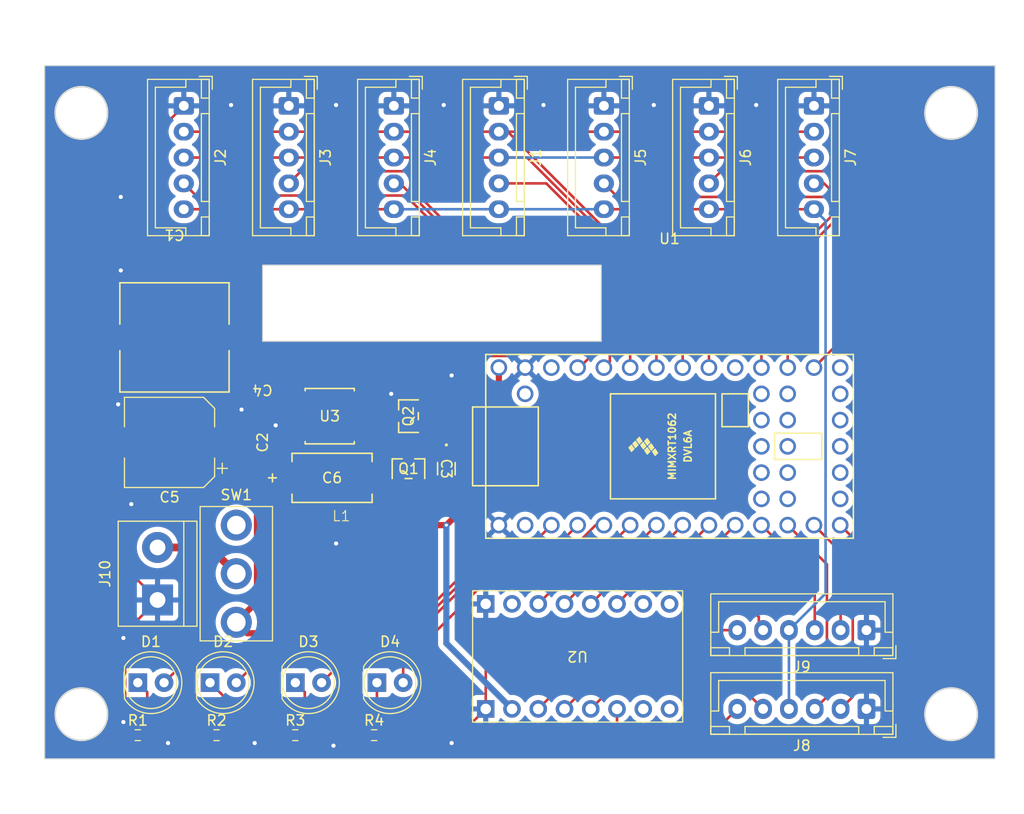
<source format=kicad_pcb>
(kicad_pcb (version 20221018) (generator pcbnew)
  (layers (0 "F.Cu" signal) (31 "B.Cu" mixed) (34 "B.Paste" user) (35 "F.Paste" user) (36 "B.SilkS" user "B.Silkscreen") (37 "F.SilkS" user "F.Silkscreen") (38 "B.Mask" user) (39 "F.Mask" user) (44 "Edge.Cuts" user))
  (net 0 "")
  (net 1 "+BATT")
  (net 2 "GND")
  (net 3 "Net-(D1-K)")
  (net 4 "/LED0")
  (net 5 "Net-(D2-K)")
  (net 6 "/LED1")
  (net 7 "Net-(D3-K)")
  (net 8 "/LED2")
  (net 9 "Net-(D4-K)")
  (net 10 "/LED3")
  (net 11 "/LCS1")
  (net 12 "+3V3")
  (net 13 "/LCS2")
  (net 14 "/LCS3")
  (net 15 "/LCS4")
  (net 16 "/LCS5")
  (net 17 "/LCS6")
  (net 18 "/LCS7")
  (net 19 "/AEQ2")
  (net 20 "/AEQ1")
  (net 21 "/AOUT2")
  (net 22 "/AOUT1")
  (net 23 "/BEQ2")
  (net 24 "/BEQ1")
  (net 25 "/BOUT1")
  (net 26 "/BOUT2")
  (net 27 "/AIN1")
  (net 28 "/BIN2")
  (net 30 "/BIN1")
  (net 31 "/AIN2")
  (net 43 "Net-(Q1-S)")
  (net 44 "Net-(U3-FB)")
  (net 45 "Net-(U3-SS)")
  (net 46 "Net-(U3-BST)")
  (net 47 "Net-(Q2-G)")
  (net 48 "Net-(Q1-G)")
  (net 49 "Net-(J10-Pin_2)")
  (net 51 "/SDA0")
  (net 52 "/SCL0")
  (footprint "Connector_JST:JST_XH_B6B-XH-A_1x06_P2.50mm_Vertical" (layer "F.Cu") (at 160.02 132.08 180)
    (fp_text reference "J8")
    (fp_text value "Conn_01x06_Male")
  )
  (footprint "Connector_JST:JST_XH_B5B-XH-A_1x05_P2.50mm_Vertical" (layer "F.Cu") (at 93.98 73.74 -90)
    (fp_text reference "J2")
    (fp_text value "Conn_01x05")
  )
  (footprint "LED_THT:LED_D5.0mm" (layer "F.Cu") (at 104.771 129.54)
    (fp_text reference "D3")
    (fp_text value "LED")
  )
  (footprint "custom_footprints:TRANS_RTR020N_ROM" (layer "F.Cu") (at 115.715 103.76 90)
    (fp_text reference "Q2")
    (fp_text value "Q_NJFET_DSG")
  )
  (footprint "custom_footprints:0603_AVX" (layer "F.Cu") (at 101.6 106.3 90)
    (fp_text reference "C2")
    (fp_text value "0.068 µF")
  )
  (footprint "custom_footprints:HA3778-AL" (layer "F.Cu") (at 109.22 119)
    (fp_text reference "L1")
    (fp_text value "1.65 µH")
  )
  (footprint "custom_footprints:CHEMI-JA0" (layer "F.Cu") (at 93.0783 96.14 180)
    (fp_text reference "C1")
    (fp_text value "100 µF")
  )
  (footprint "Connector_JST:JST_XH_B5B-XH-A_1x05_P2.50mm_Vertical" (layer "F.Cu") (at 124.46 73.74 -90)
    (fp_text reference "J1")
    (fp_text value "Conn_01x05")
  )
  (footprint "Resistor_SMD:R_0603_1608Metric_Pad0.98x0.95mm_HandSolder" (layer "F.Cu") (at 97.151 134.62)
    (fp_text reference "R2")
    (fp_text value "470")
  )
  (footprint "LED_THT:LED_D5.0mm" (layer "F.Cu") (at 89.531 129.54)
    (fp_text reference "D1")
    (fp_text value "LED")
  )
  (footprint "custom_footprints:SW_SPDT_NKK_MS12AANW03" (layer "F.Cu") (at 99.06 119)
    (fp_text reference "SW1")
    (fp_text value "SW_SPDT")
  )
  (footprint "Capacitor_SMD:CP_Elec_8x10.5" (layer "F.Cu") (at 92.6 106.3 180)
    (fp_text reference "C5")
    (fp_text value "100uF")
  )
  (footprint "custom_footprints:CAPC220145_100N_KEM" (layer "F.Cu") (at 101.6 101.22 180)
    (fp_text reference "C4")
    (fp_text value "1 µF")
  )
  (footprint "Resistor_SMD:R_0603_1608Metric_Pad0.98x0.95mm_HandSolder" (layer "F.Cu") (at 89.531 134.62)
    (fp_text reference "R1")
    (fp_text value "470")
  )
  (footprint "custom_footprints:TRANS_RTR020N_ROM" (layer "F.Cu") (at 115.715 108.84)
    (fp_text reference "Q1")
    (fp_text value "Q_NJFET_DSG")
  )
  (footprint "TerminalBlock:TerminalBlock_bornier-2_P5.08mm" (layer "F.Cu") (at 91.44 121.54 90)
    (fp_text reference "J10")
    (fp_text value "Screw_Terminal_01x02")
  )
  (footprint "custom_footprints:Teensy40" (layer "F.Cu") (at 140.97 106.68)
    (fp_text reference "U1")
    (fp_text value "Teensy_4.0")
  )
  (footprint "Connector_JST:JST_XH_B5B-XH-A_1x05_P2.50mm_Vertical" (layer "F.Cu") (at 154.94 73.74 -90)
    (fp_text reference "J7")
    (fp_text value "Conn_01x05")
  )
  (footprint "custom_footprints:CAP_2012_TDK" (layer "F.Cu") (at 119.38 108.84 -90)
    (fp_text reference "C3")
    (fp_text value "0.47 µF")
  )
  (footprint "Connector_JST:JST_XH_B5B-XH-A_1x05_P2.50mm_Vertical" (layer "F.Cu") (at 144.78 73.74 -90)
    (fp_text reference "J6")
    (fp_text value "Conn_01x05")
  )
  (footprint "Connector_JST:JST_XH_B5B-XH-A_1x05_P2.50mm_Vertical" (layer "F.Cu") (at 104.14 73.74 -90)
    (fp_text reference "J3")
    (fp_text value "Conn_01x05")
  )
  (footprint "Connector_JST:JST_XH_B6B-XH-A_1x06_P2.50mm_Vertical" (layer "F.Cu") (at 160.02 124.46 180)
    (fp_text reference "J9")
    (fp_text value "Conn_01x06_Male")
  )
  (footprint "custom_footprints:PCAP_EEF_SX_PAN" (layer "F.Cu") (at 108.3236 109.728)
    (fp_text reference "C6")
    (fp_text value "150 µF")
  )
  (footprint "LED_THT:LED_D5.0mm" (layer "F.Cu") (at 96.52 129.54)
    (fp_text reference "D2")
    (fp_text value "LED")
  )
  (footprint "Resistor_SMD:R_0603_1608Metric_Pad0.98x0.95mm_HandSolder" (layer "F.Cu") (at 112.391 134.62)
    (fp_text reference "R4")
    (fp_text value "470")
  )
  (footprint "custom_footprints:DRV_DRV8833_Pololu_2130" (layer "F.Cu") (at 132.08 127 90)
    (fp_text reference "U2")
    (fp_text value "DRV8833")
  )
  (footprint "Resistor_SMD:R_0603_1608Metric_Pad0.98x0.95mm_HandSolder" (layer "F.Cu") (at 104.771 134.62)
    (fp_text reference "R3")
    (fp_text value "470")
  )
  (footprint "LED_THT:LED_D5.0mm" (layer "F.Cu") (at 112.663 129.54)
    (fp_text reference "D4")
    (fp_text value "LED")
  )
  (footprint "Connector_JST:JST_XH_B5B-XH-A_1x05_P2.50mm_Vertical" (layer "F.Cu") (at 114.3 73.74 -90)
    (fp_text reference "J4")
    (fp_text value "Conn_01x05")
  )
  (footprint "Connector_JST:JST_XH_B5B-XH-A_1x05_P2.50mm_Vertical" (layer "F.Cu") (at 134.62 73.74 -90)
    (fp_text reference "J5")
    (fp_text value "Conn_01x05")
  )
  (footprint "custom_footprints:MXA14A_TEX" (layer "F.Cu") (at 108.095 103.76)
    (fp_text reference "U3")
    (fp_text value "LM3151/2/3")
  )
  (gr_circle (center 168.2115 74.422) (end 170.7515 74.422) (stroke (width 0.15)) (fill none) (layer "Edge.Cuts"))
  (gr_circle (center 168.2115 132.588) (end 170.7515 132.588) (stroke (width 0.15)) (fill none) (layer "Edge.Cuts"))
  (gr_rect (start 80.518 69.85) (end 172.466 136.906) (stroke (width 0.1)) (fill none) (layer "Edge.Cuts"))
  (gr_circle (center 84.074 132.588) (end 86.614 132.588) (stroke (width 0.15)) (fill none) (layer "Edge.Cuts"))
  (gr_rect (start 101.6 89.154) (end 134.366 96.52) (stroke (width 0.1)) (fill none) (layer "Edge.Cuts"))
  (gr_circle (center 84.074 74.422) (end 86.614 74.422) (stroke (width 0.15)) (fill none) (layer "Edge.Cuts"))
  (segment (start 101.06 111.06) (end 96.3 106.3) (width 0.6) (layer "F.Cu") (net 1))
  (segment (start 115.044399 123.969601) (end 115.044399 114.3) (width 0.6) (layer "F.Cu") (net 1))
  (segment (start 96.3 106.3) (end 98.4837 104.1163) (width 0.6) (layer "F.Cu") (net 1))
  (segment (start 115.044399 110.2624) (end 114.764999 109.983) (width 0.6) (layer "F.Cu") (net 1))
  (segment (start 114.256059 124.757941) (end 115.044399 123.969601) (width 0.6) (layer "F.Cu") (net 1))
  (segment (start 99.06 123.7) (end 101.06 121.7) (width 0.6) (layer "F.Cu") (net 1))
  (segment (start 124.46 109.22) (end 124.46 99.06) (width 0.6) (layer "F.Cu") (net 1))
  (segment (start 98.4837 104.1163) (end 98.4837 97.019036) (width 0.6) (layer "F.Cu") (net 1))
  (segment (start 119.38 114.3) (end 115.044399 114.3) (width 0.6) (layer "F.Cu") (net 1))
  (segment (start 119.38 114.3) (end 124.46 109.22) (width 0.6) (layer "F.Cu") (net 1))
  (segment (start 98.4837 97.019036) (end 97.604664 96.14) (width 0.6) (layer "F.Cu") (net 1))
  (segment (start 115.044399 114.3) (end 115.044399 110.2624) (width 0.6) (layer "F.Cu") (net 1))
  (segment (start 96.3 106.3) (end 98.541997 106.3) (width 0.6) (layer "F.Cu") (net 1))
  (segment (start 101.06 121.7) (end 101.06 111.06) (width 0.6) (layer "F.Cu") (net 1))
  (segment (start 100.117941 124.757941) (end 114.256059 124.757941) (width 0.6) (layer "F.Cu") (net 1))
  (segment (start 98.541997 106.3) (end 102.381997 102.46) (width 0.6) (layer "F.Cu") (net 1))
  (segment (start 102.381997 102.46) (end 104.304093 102.46) (width 0.6) (layer "F.Cu") (net 1))
  (segment (start 99.06 123.7) (end 100.117941 124.757941) (width 0.6) (layer "F.Cu") (net 1))
  (segment (start 97.604664 96.14) (end 97.2566 96.14) (width 0.6) (layer "F.Cu") (net 1))
  (via (at 119.38 114.3) (size 0.5) (drill 0.3) (layers "F.Cu" "B.Cu") (net 1))
  (segment (start 119.38 114.3) (end 119.38 125.73) (width 0.6) (layer "B.Cu") (net 1))
  (segment (start 119.38 125.73) (end 125.73 132.08) (width 0.6) (layer "B.Cu") (net 1))
  (segment (start 88.9 106.3) (end 87.65 105.05) (width 0.25) (layer "F.Cu") (net 2))
  (segment (start 119.845999 99.822) (end 119.888 99.822) (width 0.25) (layer "F.Cu") (net 2))
  (segment (start 119.206 73.74) (end 124.46 73.74) (width 0.25) (layer "F.Cu") (net 2))
  (segment (start 89.4185 135.42) (end 92.418 135.42) (width 0.25) (layer "F.Cu") (net 2))
  (segment (start 87.63 102.616) (end 87.65 102.596) (width 0.25) (layer "F.Cu") (net 2))
  (segment (start 139.366 73.74) (end 139.446 73.66) (width 0.25) (layer "F.Cu") (net 2))
  (segment (start 98.632 73.74) (end 104.14 73.74) (width 0.25) (layer "F.Cu") (net 2))
  (segment (start 160.02 124.46) (end 160.02 132.08) (width 0.25) (layer "F.Cu") (net 2))
  (segment (start 87.8479 89.6981) (end 87.8479 95.188478) (width 0.25) (layer "F.Cu") (net 2))
  (segment (start 119.888 99.822) (end 119.888 99.779999) (width 0.25) (layer "F.Cu") (net 2))
  (segment (start 128.778 73.66) (end 128.858 73.74) (width 0.25) (layer "F.Cu") (net 2))
  (segment (start 88.306 124.674) (end 91.44 121.54) (width 0.25) (layer "F.Cu") (net 2))
  (segment (start 88.306 125.054) (end 88.306 124.674) (width 0.25) (layer "F.Cu") (net 2))
  (segment (start 102.87 104.648) (end 102.689901 104.409999) (width 0.25) (layer "F.Cu") (net 2))
  (segment (start 88.6185 134.62) (end 89.4185 135.42) (width 0.25) (layer "F.Cu") (net 2))
  (segment (start 87.65 97.289422) (end 88.799422 96.14) (width 0.25) (layer "F.Cu") (net 2))
  (segment (start 114.046 101.6) (end 113.835999 101.810001) (width 0.25) (layer "F.Cu") (net 2))
  (segment (start 134.62 73.74) (end 139.366 73.74) (width 0.25) (layer "F.Cu") (net 2))
  (segment (start 114.256001 101.810001) (end 114.046 101.6) (width 0.25) (layer "F.Cu") (net 2))
  (segment (start 88.9 112.268) (end 88.9 119) (width 0.25) (layer "F.Cu") (net 2))
  (segment (start 111.0922 109.728) (end 112.1443 110.7801) (width 0.25) (layer "F.Cu") (net 2))
  (segment (start 87.65 102.596) (end 87.65 97.289422) (width 0.25) (layer "F.Cu") (net 2))
  (segment (start 103.8585 134.62) (end 104.6585 135.42) (width 0.25) (layer "F.Cu") (net 2))
  (segment (start 88.306 125.39) (end 88.138 125.222) (width 0.25) (layer "F.Cu") (net 2))
  (segment (start 104.6585 135.42) (end 108.242 135.42) (width 0.25) (layer "F.Cu") (net 2))
  (segment (start 87.8479 79.8721) (end 87.8479 82.5139) (width 0.25) (layer "F.Cu") (net 2))
  (segment (start 110.6785 135.42) (end 111.4785 134.62) (width 0.25) (layer "F.Cu") (net 2))
  (segment (start 88.306 133.518) (end 88.138 133.35) (width 0.25) (layer "F.Cu") (net 2))
  (segment (start 95.4385 135.42) (end 96.2385 134.62) (width 0.25) (layer "F.Cu") (net 2))
  (segment (start 112.1443 110.7801) (end 112.1443 112.6457) (width 0.25) (layer "F.Cu") (net 2))
  (segment (start 104.14 73.74) (end 108.632 73.74) (width 0.25) (layer "F.Cu") (net 2))
  (segment (start 88.9 119) (end 91.44 121.54) (width 0.25) (layer "F.Cu") (net 2))
  (segment (start 108.674 135.42) (end 110.6785 135.42) (width 0.25) (layer "F.Cu") (net 2))
  (segment (start 114.3 73.74) (end 119.046 73.74) (width 0.25) (layer "F.Cu") (net 2))
  (segment (start 100.876 135.42) (end 103.0585 135.42) (width 0.25) (layer "F.Cu") (net 2))
  (segment (start 139.446 73.66) (end 139.526 73.74) (width 0.25) (layer "F.Cu") (net 2))
  (segment (start 88.306 134.3075) (end 88.306 133.518) (width 0.25) (layer "F.Cu") (net 2))
  (segment (start 105.2502 104.409999) (end 102.87 104.648) (width 0.25) (layer "F.Cu") (net 2))
  (segment (start 123.19 121.92) (end 123.19 132.08) (width 0.25) (layer "F.Cu") (net 2))
  (segment (start 100.797201 101.894799) (end 99.568 103.124) (width 0.25) (layer "F.Cu") (net 2))
  (segment (start 87.884 89.662) (end 87.8479 89.6981) (width 0.25) (layer "F.Cu") (net 2))
  (segment (start 108.242 135.42) (end 108.458 135.636) (width 0.25) (layer "F.Cu") (net 2))
  (segment (start 88.138 125.222) (end 88.306 125.054) (width 0.25) (layer "F.Cu") (net 2))
  (segment (start 87.65 102.636) (end 87.63 102.616) (width 0.25) (layer "F.Cu") (net 2))
  (segment (start 93.98 73.74) (end 87.8479 79.8721) (width 0.25) (layer "F.Cu") (net 2))
  (segment (start 87.65 105.05) (end 87.65 102.636) (width 0.25) (layer "F.Cu") (net 2))
  (segment (start 87.8479 82.5861) (end 87.8479 89.6259) (width 0.25) (layer "F.Cu") (net 2))
  (segment (start 108.712 73.66) (end 108.792 73.74) (width 0.25) (layer "F.Cu") (net 2))
  (segment (start 93.98 73.74) (end 98.472 73.74) (width 0.25) (layer "F.Cu") (net 2))
  (segment (start 149.272 73.74) (end 149.352 73.66) (width 0.25) (layer "F.Cu") (net 2))
  (segment (start 121.732999 97.935) (end 125.875 97.935) (width 0.25) (layer "F.Cu") (net 2))
  (segment (start 119.046 73.74) (end 119.126 73.66) (width 0.25) (layer "F.Cu") (net 2))
  (segment (start 124.46 73.74) (end 128.698 73.74) (width 0.25) (layer "F.Cu") (net 2))
  (segment (start 113.835999 101.810001) (end 110.9398 101.810001) (width 0.25) (layer "F.Cu") (net 2))
  (segment (start 112.2785 135.42) (end 111.4785 134.62) (width 0.25) (layer "F.Cu") (net 2))
  (segment (start 115.858002 101.810001) (end 114.256001 101.810001) (width 0.25) (layer "F.Cu") (net 2))
  (segment (start 100.838 135.382) (end 100.876 135.42) (width 0.25) (layer "F.Cu") (net 2))
  (segment (start 108.632 73.74) (end 108.712 73.66) (width 0.25) (layer "F.Cu") (net 2))
  (segment (start 144.86 73.74) (end 149.272 73.74) (width 0.25) (layer "F.Cu") (net 2))
  (segment (start 92.456 135.382) (end 92.494 135.42) (width 0.25) (layer "F.Cu") (net 2))
  (segment (start 144.78 73.66) (end 144.86 73.74) (width 0.25) (layer "F.Cu") (net 2))
  (segment (start 100.797201 101.22) (end 100.797201 101.894799) (width 0.25) (layer "F.Cu") (net 2))
  (segment (start 88.138 133.35) (end 88.306 133.182) (width 0.25) (layer "F.Cu") (net 2))
  (segment (start 88.799422 96.14) (end 88.9 96.14) (width 0.25) (layer "F.Cu") (net 2))
  (segment (start 149.352 73.66) (end 149.432 73.74) (width 0.25) (layer "F.Cu") (net 2))
  (segment (start 128.858 73.74) (end 134.62 73.74) (width 0.25) (layer "F.Cu") (net 2))
  (segment (start 125.875 97.935) (end 127 99.06) (width 0.25) (layer "F.Cu") (net 2))
  (segment (start 87.8479 82.5139) (end 87.884 82.55) (width 0.25) (layer "F.Cu") (net 2))
  (segment (start 108.792 73.74) (end 114.3 73.74) (width 0.25) (layer "F.Cu") (net 2))
  (segment (start 87.8479 95.188478) (end 88.799422 96.14) (width 0.25) (layer "F.Cu") (net 2))
  (segment (start 102.689901 104.409999) (end 101.6 105.4999) (width 0.25) (layer "F.Cu") (net 2))
  (segment (start 139.526 73.74) (end 144.7 73.74) (width 0.25) (layer "F.Cu") (net 2))
  (segment (start 119.888 99.779999) (end 121.732999 97.935) (width 0.25) (layer "F.Cu") (net 2))
  (segment (start 97.0385 135.42) (end 100.8 135.42) (width 0.25) (layer "F.Cu") (net 2))
  (segment (start 119.888 135.382) (end 119.85 135.42) (width 0.25) (layer "F.Cu") (net 2))
  (segment (start 88.306 133.182) (end 88.306 125.39) (width 0.25) (layer "F.Cu") (net 2))
  (segment (start 108.458 135.636) (end 108.674 135.42) (width 0.25) (layer "F.Cu") (net 2))
  (segment (start 123.19 132.08) (end 119.888 135.382) (width 0.25) (layer "F.Cu") (net 2))
  (segment (start 116.858 102.809999) (end 115.858002 101.810001) (width 0.25) (layer "F.Cu") (net 2))
  (segment (start 96.2385 134.62) (end 97.0385 135.42) (width 0.25) (layer "F.Cu") (net 2))
  (segment (start 128.698 73.74) (end 128.778 73.66) (width 0.25) (layer "F.Cu") (net 2))
  (segment (start 149.432 73.74) (end 154.94 73.74) (width 0.25) (layer "F.Cu") (net 2))
  (segment (start 98.552 73.66) (end 98.632 73.74) (width 0.25) (layer "F.Cu") (net 2))
  (segment (start 98.472 73.74) (end 98.552 73.66) (width 0.25) (layer "F.Cu") (net 2))
  (segment (start 88.9 106.3) (end 88.9 112.268) (width 0.25) (layer "F.Cu") (net 2))
  (segment (start 116.858 102.809999) (end 119.845999 99.822) (width 0.25) (layer "F.Cu") (net 2))
  (segment (start 100.8 135.42) (end 100.838 135.382) (width 0.25) (layer "F.Cu") (net 2))
  (segment (start 87.884 82.55) (end 87.8479 82.5861) (width 0.25) (layer "F.Cu") (net 2))
  (segment (start 119.85 135.42) (end 112.2785 135.42) (width 0.25) (layer "F.Cu") (net 2))
  (segment (start 103.0585 135.42) (end 103.8585 134.62) (width 0.25) (layer "F.Cu") (net 2))
  (segment (start 92.494 135.42) (end 95.4385 135.42) (width 0.25) (layer "F.Cu") (net 2))
  (segment (start 112.1443 112.6457) (end 108.712 116.078) (width 0.25) (layer "F.Cu") (net 2))
  (segment (start 92.418 135.42) (end 92.456 135.382) (width 0.25) (layer "F.Cu") (net 2))
  (segment (start 87.8479 89.6259) (end 87.884 89.662) (width 0.25) (layer "F.Cu") (net 2))
  (segment (start 144.7 73.74) (end 144.78 73.66) (width 0.25) (layer "F.Cu") (net 2))
  (segment (start 88.6185 134.62) (end 88.306 134.3075) (width 0.25) (layer "F.Cu") (net 2))
  (segment (start 119.126 73.66) (end 119.206 73.74) (width 0.25) (layer "F.Cu") (net 2))
  (via (at 102.87 104.648) (size 0.8) (drill 0.4) (layers "F.Cu" "B.Cu") (net 2))
  (via (at 87.884 82.55) (size 0.8) (drill 0.4) (layers "F.Cu" "B.Cu") (net 2))
  (via (at 98.552 73.66) (size 0.8) (drill 0.4) (layers "F.Cu" "B.Cu") (net 2))
  (via (at 119.888 135.382) (size 0.8) (drill 0.4) (layers "F.Cu" "B.Cu") (net 2))
  (via (at 119.126 73.66) (size 0.8) (drill 0.4) (layers "F.Cu" "B.Cu") (net 2))
  (via (at 99.568 103.124) (size 0.8) (drill 0.4) (layers "F.Cu" "B.Cu") (net 2))
  (via (at 88.138 133.35) (size 0.8) (drill 0.4) (layers "F.Cu" "B.Cu") (net 2))
  (via (at 114.046 101.6) (size 0.8) (drill 0.4) (layers "F.Cu" "B.Cu") (net 2))
  (via (at 87.884 89.662) (size 0.8) (drill 0.4) (layers "F.Cu" "B.Cu") (net 2))
  (via (at 108.712 116.078) (size 0.8) (drill 0.4) (layers "F.Cu" "B.Cu") (net 2))
  (via (at 100.838 135.382) (size 0.8) (drill 0.4) (layers "F.Cu" "B.Cu") (net 2))
  (via (at 108.712 73.66) (size 0.8) (drill 0.4) (layers "F.Cu" "B.Cu") (net 2))
  (via (at 149.352 73.66) (size 0.8) (drill 0.4) (layers "F.Cu" "B.Cu") (net 2))
  (via (at 119.888 99.822) (size 0.8) (drill 0.4) (layers "F.Cu" "B.Cu") (net 2))
  (via (at 108.458 135.636) (size 0.8) (drill 0.4) (layers "F.Cu" "B.Cu") (net 2))
  (via (at 88.9 112.268) (size 0.8) (drill 0.4) (layers "F.Cu" "B.Cu") (net 2))
  (via (at 87.63 102.616) (size 0.8) (drill 0.4) (layers "F.Cu" "B.Cu") (net 2))
  (via (at 92.456 135.382) (size 0.8) (drill 0.4) (layers "F.Cu" "B.Cu") (net 2))
  (via (at 128.778 73.66) (size 0.8) (drill 0.4) (layers "F.Cu" "B.Cu") (net 2))
  (via (at 139.446 73.66) (size 0.8) (drill 0.4) (layers "F.Cu" "B.Cu") (net 2))
  (via (at 88.138 125.222) (size 0.8) (drill 0.4) (layers "F.Cu" "B.Cu") (net 2))
  (segment (start 90.4435 134.62) (end 90.4435 130.4525) (width 0.25) (layer "F.Cu") (net 3))
  (segment (start 90.4435 130.4525) (end 89.531 129.54) (width 0.25) (layer "F.Cu") (net 3))
  (segment (start 125.81 118.03) (end 121.997208 118.03) (width 0.25) (layer "F.Cu") (net 4))
  (segment (start 113.927208 126.1) (end 95.511 126.1) (width 0.25) (layer "F.Cu") (net 4))
  (segment (start 129.54 114.3) (end 125.81 118.03) (width 0.25) (layer "F.Cu") (net 4))
  (segment (start 95.511 126.1) (end 92.071 129.54) (width 0.25) (layer "F.Cu") (net 4))
  (segment (start 121.997208 118.03) (end 113.927208 126.1) (width 0.25) (layer "F.Cu") (net 4))
  (segment (start 98.0635 134.62) (end 98.0635 131.0835) (width 0.25) (layer "F.Cu") (net 5))
  (segment (start 98.0635 131.0835) (end 96.52 129.54) (width 0.25) (layer "F.Cu") (net 5))
  (segment (start 114.113604 126.55) (end 102.05 126.55) (width 0.25) (layer "F.Cu") (net 6))
  (segment (start 102.05 126.55) (end 99.06 129.54) (width 0.25) (layer "F.Cu") (net 6))
  (segment (start 122.183604 118.48) (end 114.113604 126.55) (width 0.25) (layer "F.Cu") (net 6))
  (segment (start 132.08 114.3) (end 127.9 118.48) (width 0.25) (layer "F.Cu") (net 6))
  (segment (start 127.9 118.48) (end 122.183604 118.48) (width 0.25) (layer "F.Cu") (net 6))
  (segment (start 105.6835 130.4525) (end 104.771 129.54) (width 0.25) (layer "F.Cu") (net 7))
  (segment (start 105.6835 134.62) (end 105.6835 130.4525) (width 0.25) (layer "F.Cu") (net 7))
  (segment (start 109.851 127) (end 107.311 129.54) (width 0.25) (layer "F.Cu") (net 8))
  (segment (start 129.19 118.93) (end 122.37 118.93) (width 0.25) (layer "F.Cu") (net 8))
  (segment (start 114.3 127) (end 109.851 127) (width 0.25) (layer "F.Cu") (net 8))
  (segment (start 122.37 118.93) (end 114.3 127) (width 0.25) (layer "F.Cu") (net 8))
  (segment (start 133.82 114.3) (end 129.19 118.93) (width 0.25) (layer "F.Cu") (net 8))
  (segment (start 134.62 114.3) (end 133.82 114.3) (width 0.25) (layer "F.Cu") (net 8))
  (segment (start 112.663 133.9795) (end 113.3035 134.62) (width 0.25) (layer "F.Cu") (net 9))
  (segment (start 112.663 129.54) (end 112.663 133.9795) (width 0.25) (layer "F.Cu") (net 9))
  (segment (start 137.16 114.3) (end 133.616396 117.843604) (width 0.25) (layer "F.Cu") (net 10))
  (segment (start 133.616396 117.843604) (end 131.076396 117.843604) (width 0.25) (layer "F.Cu") (net 10))
  (segment (start 131.076396 117.843604) (end 129.54 119.38) (width 0.25) (layer "F.Cu") (net 10))
  (segment (start 115.203 127.74738) (end 115.203 129.54) (width 0.25) (layer "F.Cu") (net 10))
  (segment (start 123.57038 119.38) (end 115.203 127.74738) (width 0.25) (layer "F.Cu") (net 10))
  (segment (start 129.54 119.38) (end 123.57038 119.38) (width 0.25) (layer "F.Cu") (net 10))
  (segment (start 129.045965 81.24) (end 139.7 91.894035) (width 0.25) (layer "F.Cu") (net 11))
  (segment (start 124.46 81.24) (end 129.045965 81.24) (width 0.25) (layer "F.Cu") (net 11))
  (segment (start 139.7 91.894035) (end 139.7 99.06) (width 0.25) (layer "F.Cu") (net 11))
  (segment (start 93.98 83.74) (end 99.06 83.74) (width 0.25) (layer "F.Cu") (net 12))
  (segment (start 102.402799 101.22) (end 104.660201 101.22) (width 0.25) (layer "F.Cu") (net 12))
  (segment (start 144.78 83.74) (end 154.94 83.74) (width 0.25) (layer "F.Cu") (net 12))
  (segment (start 102.402799 97.499576) (end 99.06 94.156777) (width 0.25) (layer "F.Cu") (net 12))
  (segment (start 99.06 83.74) (end 104.14 83.74) (width 0.25) (layer "F.Cu") (net 12))
  (segment (start 99.06 94.156777) (end 99.06 83.74) (width 0.25) (layer "F.Cu") (net 12))
  (segment (start 134.62 83.74) (end 144.78 83.74) (width 0.25) (layer "F.Cu") (net 12))
  (segment (start 104.660201 101.22) (end 105.2502 101.809999) (width 0.25) (layer "F.Cu") (net 12))
  (segment (start 102.402799 101.22) (end 102.402799 97.499576) (width 0.25) (layer "F.Cu") (net 12))
  (segment (start 104.14 83.74) (end 114.3 83.74) (width 0.25) (layer "F.Cu") (net 12))
  (segment (start 152.52 124.46) (end 152.52 132.08) (width 0.25) (layer "B.Cu") (net 12))
  (segment (start 156.065 120.915) (end 152.52 124.46) (width 0.25) (layer "B.Cu") (net 12))
  (segment (start 124.46 83.74) (end 134.62 83.74) (width 0.25) (layer "B.Cu") (net 12))
  (segment (start 154.94 83.74) (end 156.065 84.865) (width 0.25) (layer "B.Cu") (net 12))
  (segment (start 124.46 83.74) (end 114.3 83.74) (width 0.25) (layer "B.Cu") (net 12))
  (segment (start 156.065 84.865) (end 156.065 120.915) (width 0.25) (layer "B.Cu") (net 12))
  (segment (start 121.795 88.775) (end 134.671777 88.775) (width 0.25) (layer "F.Cu") (net 13))
  (segment (start 93.98 81.24) (end 95.155 82.415) (width 0.25) (layer "F.Cu") (net 13))
  (segment (start 95.155 82.415) (end 115.435 82.415) (width 0.25) (layer "F.Cu") (net 13))
  (segment (start 115.435 82.415) (end 121.795 88.775) (width 0.25) (layer "F.Cu") (net 13))
  (segment (start 134.671777 88.775) (end 134.745 88.848223) (width 0.25) (layer "F.Cu") (net 13))
  (segment (start 134.745 96.571777) (end 132.256777 99.06) (width 0.25) (layer "F.Cu") (net 13))
  (segment (start 134.745 88.848223) (end 134.745 96.571777) (width 0.25) (layer "F.Cu") (net 13))
  (segment (start 132.256777 99.06) (end 132.08 99.06) (width 0.25) (layer "F.Cu") (net 13))
  (segment (start 137.16 89.990431) (end 137.16 99.06) (width 0.25) (layer "F.Cu") (net 14))
  (segment (start 105.315 80.065) (end 115.625 80.065) (width 0.25) (layer "F.Cu") (net 14))
  (segment (start 104.14 81.24) (end 105.315 80.065) (width 0.25) (layer "F.Cu") (net 14))
  (segment (start 115.625 80.065) (end 116.84 81.28) (width 0.25) (layer "F.Cu") (net 14))
  (segment (start 122.167792 87.875) (end 135.044569 87.875) (width 0.25) (layer "F.Cu") (net 14))
  (segment (start 116.84 81.28) (end 116.84 82.547208) (width 0.25) (layer "F.Cu") (net 14))
  (segment (start 135.044569 87.875) (end 137.16 89.990431) (width 0.25) (layer "F.Cu") (net 14))
  (segment (start 116.84 82.547208) (end 122.167792 87.875) (width 0.25) (layer "F.Cu") (net 14))
  (segment (start 114.896396 81.24) (end 121.981396 88.325) (width 0.25) (layer "F.Cu") (net 15))
  (segment (start 134.858173 88.325) (end 135.195 88.661827) (width 0.25) (layer "F.Cu") (net 15))
  (segment (start 114.3 81.24) (end 114.896396 81.24) (width 0.25) (layer "F.Cu") (net 15))
  (segment (start 135.195 88.661827) (end 135.195 98.485) (width 0.25) (layer "F.Cu") (net 15))
  (segment (start 121.981396 88.325) (end 134.858173 88.325) (width 0.25) (layer "F.Cu") (net 15))
  (segment (start 135.195 98.485) (end 134.62 99.06) (width 0.25) (layer "F.Cu") (net 15))
  (segment (start 156.21 82.55) (end 156.718 83.058) (width 0.25) (layer "F.Cu") (net 16))
  (segment (start 149.86 91.186) (end 149.86 99.06) (width 0.25) (layer "F.Cu") (net 16))
  (segment (start 134.62 81.24) (end 135.93 82.55) (width 0.25) (layer "F.Cu") (net 16))
  (segment (start 135.93 82.55) (end 156.21 82.55) (width 0.25) (layer "F.Cu") (net 16))
  (segment (start 156.718 84.328) (end 149.86 91.186) (width 0.25) (layer "F.Cu") (net 16))
  (segment (start 156.718 83.058) (end 156.718 84.328) (width 0.25) (layer "F.Cu") (net 16))
  (segment (start 156.265 80.065) (end 157.734 81.534) (width 0.25) (layer "F.Cu") (net 17))
  (segment (start 157.734 81.534) (end 157.734 96.266) (width 0.25) (layer "F.Cu") (net 17))
  (segment (start 157.734 96.266) (end 154.94 99.06) (width 0.25) (layer "F.Cu") (net 17))
  (segment (start 145.955 80.065) (end 156.265 80.065) (width 0.25) (layer "F.Cu") (net 17))
  (segment (start 144.78 81.24) (end 145.955 80.065) (width 0.25) (layer "F.Cu") (net 17))
  (segment (start 157.168 82.496742) (end 157.168 84.64) (width 0.25) (layer "F.Cu") (net 18))
  (segment (start 152.4 89.408) (end 152.4 99.06) (width 0.25) (layer "F.Cu") (net 18))
  (segment (start 157.168 84.64) (end 152.4 89.408) (width 0.25) (layer "F.Cu") (net 18))
  (segment (start 155.911258 81.24) (end 157.168 82.496742) (width 0.25) (layer "F.Cu") (net 18))
  (segment (start 154.94 81.24) (end 155.911258 81.24) (width 0.25) (layer "F.Cu") (net 18))
  (segment (start 158.695 115.515) (end 157.48 114.3) (width 0.25) (layer "F.Cu") (net 19))
  (segment (start 157.52 132.08) (end 158.695 130.905) (width 0.25) (layer "F.Cu") (net 19))
  (segment (start 158.695 130.905) (end 158.695 115.515) (width 0.25) (layer "F.Cu") (net 19))
  (segment (start 156.195 130.905) (end 156.195 118.095) (width 0.25) (layer "F.Cu") (net 20))
  (segment (start 155.02 132.08) (end 156.195 130.905) (width 0.25) (layer "F.Cu") (net 20))
  (segment (start 156.195 118.095) (end 152.4 114.3) (width 0.25) (layer "F.Cu") (net 20))
  (segment (start 135.382 130.048) (end 147.988 130.048) (width 0.25) (layer "F.Cu") (net 21))
  (segment (start 147.988 130.048) (end 150.02 132.08) (width 0.25) (layer "F.Cu") (net 21))
  (segment (start 133.35 132.08) (end 135.382 130.048) (width 0.25) (layer "F.Cu") (net 21))
  (segment (start 135.89 133.35) (end 136.144 133.604) (width 0.25) (layer "F.Cu") (net 22))
  (segment (start 145.996 133.604) (end 147.52 132.08) (width 0.25) (layer "F.Cu") (net 22))
  (segment (start 136.144 133.604) (end 145.996 133.604) (width 0.25) (layer "F.Cu") (net 22))
  (segment (start 135.89 132.08) (end 135.89 133.35) (width 0.25) (layer "F.Cu") (net 22))
  (segment (start 157.52 116.88) (end 154.94 114.3) (width 0.25) (layer "F.Cu") (net 23))
  (segment (start 157.52 124.46) (end 157.52 116.88) (width 0.25) (layer "F.Cu") (net 23))
  (segment (start 155.02 124.46) (end 155.02 119.46) (width 0.25) (layer "F.Cu") (net 24))
  (segment (start 155.02 119.46) (end 149.86 114.3) (width 0.25) (layer "F.Cu") (net 24))
  (segment (start 146.304 122.682) (end 145.288 123.698) (width 0.25) (layer "F.Cu") (net 25))
  (segment (start 149.606 124.046) (end 149.606 123.19) (width 0.25) (layer "F.Cu") (net 25))
  (segment (start 149.606 123.19) (end 149.098 122.682) (width 0.25) (layer "F.Cu") (net 25))
  (segment (start 136.652 123.698) (end 128.27 132.08) (width 0.25) (layer "F.Cu") (net 25))
  (segment (start 145.288 123.698) (end 136.652 123.698) (width 0.25) (layer "F.Cu") (net 25))
  (segment (start 150.02 124.46) (end 149.606 124.046) (width 0.25) (layer "F.Cu") (net 25))
  (segment (start 149.098 122.682) (end 146.304 122.682) (width 0.25) (layer "F.Cu") (net 25))
  (segment (start 138.43 124.46) (end 147.52 124.46) (width 0.25) (layer "F.Cu") (net 26))
  (segment (start 130.81 132.08) (end 138.43 124.46) (width 0.25) (layer "F.Cu") (net 26))
  (segment (start 140.198396 119.643604) (end 138.166396 119.643604) (width 0.25) (layer "F.Cu") (net 27))
  (segment (start 147.32 114.3) (end 144.272 117.348) (width 0.25) (layer "F.Cu") (net 27))
  (segment (start 138.166396 119.643604) (end 135.89 121.92) (width 0.25) (layer "F.Cu") (net 27))
  (segment (start 144.272 117.348) (end 142.494 117.348) (width 0.25) (layer "F.Cu") (net 27))
  (segment (start 142.494 117.348) (end 140.198396 119.643604) (width 0.25) (layer "F.Cu") (net 27))
  (segment (start 137.796396 118.743604) (end 133.986396 118.743604) (width 0.25) (layer "F.Cu") (net 28))
  (segment (start 133.986396 118.743604) (end 130.81 121.92) (width 0.25) (layer "F.Cu") (net 28))
  (segment (start 142.24 114.3) (end 137.796396 118.743604) (width 0.25) (layer "F.Cu") (net 28))
  (segment (start 131.896396 118.293604) (end 128.27 121.92) (width 0.25) (layer "F.Cu") (net 30))
  (segment (start 135.706396 118.293604) (end 131.896396 118.293604) (width 0.25) (layer "F.Cu") (net 30))
  (segment (start 139.7 114.3) (end 135.706396 118.293604) (width 0.25) (layer "F.Cu") (net 30))
  (segment (start 139.886396 119.193604) (end 136.076396 119.193604) (width 0.25) (layer "F.Cu") (net 31))
  (segment (start 144.78 114.3) (end 139.886396 119.193604) (width 0.25) (layer "F.Cu") (net 31))
  (segment (start 136.076396 119.193604) (end 133.35 121.92) (width 0.25) (layer "F.Cu") (net 31))
  (segment (start 114.350979 108.9468) (end 115.628801 108.9468) (width 0.25) (layer "F.Cu") (net 43))
  (segment (start 116.858 109.790001) (end 116.665001 109.983) (width 0.25) (layer "F.Cu") (net 43))
  (segment (start 113.175 110.122779) (end 114.350979 108.9468) (width 0.25) (layer "F.Cu") (net 43))
  (segment (start 111.651 104.410001) (end 111.976 104.735001) (width 0.25) (layer "F.Cu") (net 43))
  (segment (start 116.858 104.710001) (end 116.858 109.790001) (width 0.25) (layer "F.Cu") (net 43))
  (segment (start 116.665001 109.983) (end 119.3419 109.983) (width 0.25) (layer "F.Cu") (net 43))
  (segment (start 115.628801 108.9468) (end 116.665001 109.983) (width 0.25) (layer "F.Cu") (net 43))
  (segment (start 110.9398 104.410001) (end 111.651 104.410001) (width 0.25) (layer "F.Cu") (net 43))
  (segment (start 114.6209 108.9468) (end 115.628801 108.9468) (width 0.25) (layer "F.Cu") (net 43))
  (segment (start 111.976 104.735001) (end 111.976 106.3019) (width 0.25) (layer "F.Cu") (net 43))
  (segment (start 111.976 106.3019) (end 114.6209 108.9468) (width 0.25) (layer "F.Cu") (net 43))
  (segment (start 113.175 119) (end 113.175 110.122779) (width 0.25) (layer "F.Cu") (net 43))
  (segment (start 119.3419 109.983) (end 119.38 110.0211) (width 0.25) (layer "F.Cu") (net 43))
  (segment (start 100.7924 107.66652) (end 100.7924 104.93348) (width 0.25) (layer "F.Cu") (net 44))
  (segment (start 105.555 109.728) (end 104.5029 110.7801) (width 0.25) (layer "F.Cu") (net 44))
  (segment (start 101.96588 103.76) (end 105.2502 103.76) (width 0.25) (layer "F.Cu") (net 44))
  (segment (start 104.5029 110.7801) (end 104.5029 118.2379) (width 0.25) (layer "F.Cu") (net 44))
  (segment (start 101.80178 108.6759) (end 100.7924 107.66652) (width 0.25) (layer "F.Cu") (net 44))
  (segment (start 104.5029 118.2379) (end 105.265 119) (width 0.25) (layer "F.Cu") (net 44))
  (segment (start 105.555 109.728) (end 104.5029 108.6759) (width 0.25) (layer "F.Cu") (net 44))
  (segment (start 100.7924 104.93348) (end 101.96588 103.76) (width 0.25) (layer "F.Cu") (net 44))
  (segment (start 104.5029 108.6759) (end 101.80178 108.6759) (width 0.25) (layer "F.Cu") (net 44))
  (segment (start 101.6 107.1001) (end 102.4989 107.1001) (width 0.25) (layer "F.Cu") (net 45))
  (segment (start 104.539 105.06) (end 105.2502 105.06) (width 0.25) (layer "F.Cu") (net 45))
  (segment (start 102.4989 107.1001) (end 104.539 105.06) (width 0.25) (layer "F.Cu") (net 45))
  (segment (start 115.676619 104.105601) (end 115.41782 104.3644) (width 0.25) (layer "F.Cu") (net 46))
  (segment (start 117.70382 104.105601) (end 115.676619 104.105601) (width 0.25) (layer "F.Cu") (net 46))
  (segment (start 113.72618 104.3644) (end 112.471781 103.110001) (width 0.25) (layer "F.Cu") (net 46))
  (segment (start 119.38 107.6589) (end 119.38 105.781781) (width 0.25) (layer "F.Cu") (net 46))
  (segment (start 112.471781 103.110001) (end 110.9398 103.110001) (width 0.25) (layer "F.Cu") (net 46))
  (segment (start 115.41782 104.3644) (end 113.72618 104.3644) (width 0.25) (layer "F.Cu") (net 46))
  (segment (start 119.38 105.781781) (end 117.70382 104.105601) (width 0.25) (layer "F.Cu") (net 46))
  (segment (start 114.572 103.76) (end 113.272 102.46) (width 0.25) (layer "F.Cu") (net 47))
  (segment (start 113.272 102.46) (end 110.9398 102.46) (width 0.25) (layer "F.Cu") (net 47))
  (segment (start 115.715 107.697) (end 111.778 103.76) (width 0.25) (layer "F.Cu") (net 48))
  (segment (start 111.778 103.76) (end 110.9398 103.76) (width 0.25) (layer "F.Cu") (net 48))
  (segment (start 91.44 116.46) (end 96.52 116.46) (width 0.75) (layer "F.Cu") (net 49))
  (segment (start 96.52 116.46) (end 99.06 119) (width 0.75) (layer "F.Cu") (net 49))
  (segment (start 93.98 76.24) (end 104.14 76.24) (width 0.25) (layer "F.Cu") (net 51))
  (segment (start 104.14 76.24) (end 114.3 76.24) (width 0.25) (layer "F.Cu") (net 51))
  (segment (start 114.3 76.24) (end 124.46 76.24) (width 0.25) (layer "F.Cu") (net 51))
  (segment (start 144.78 76.24) (end 154.94 76.24) (width 0.25) (layer "F.Cu") (net 51))
  (segment (start 124.46 76.24) (end 134.62 76.24) (width 0.25) (layer "F.Cu") (net 51))
  (segment (start 125.318757 76.24) (end 124.46 76.24) (width 0.25) (layer "F.Cu") (net 51))
  (segment (start 144.78 95.701243) (end 125.318757 76.24) (width 0.25) (layer "F.Cu") (net 51))
  (segment (start 134.62 76.24) (end 144.78 76.24) (width 0.25) (layer "F.Cu") (net 51))
  (segment (start 144.78 99.06) (end 144.78 95.701243) (width 0.25) (layer "F.Cu") (net 51))
  (segment (start 142.24 93.797639) (end 142.24 99.06) (width 0.25) (layer "F.Cu") (net 52))
  (segment (start 134.62 78.74) (end 144.78 78.74) (width 0.25) (layer "F.Cu") (net 52))
  (segment (start 114.3 78.74) (end 124.46 78.74) (width 0.25) (layer "F.Cu") (net 52))
  (segment (start 104.14 78.74) (end 114.3 78.74) (width 0.25) (layer "F.Cu") (net 52))
  (segment (start 127.182361 78.74) (end 142.24 93.797639) (width 0.25) (layer "F.Cu") (net 52))
  (segment (start 144.78 78.74) (end 154.94 78.74) (width 0.25) (layer "F.Cu") (net 52))
  (segment (start 93.98 78.74) (end 104.14 78.74) (width 0.25) (layer "F.Cu") (net 52))
  (segment (start 124.46 78.74) (end 127.182361 78.74) (width 0.25) (layer "F.Cu") (net 52))
  (segment (start 134.62 78.74) (end 124.46 78.74) (width 0.25) (layer "B.Cu") (net 52))
  (zone (net 2) (net_name "GND") (layer "B.Cu") (connect_pads (clearance 0.5)) (min_thickness 0.25) (fill yes (thermal_gap 0.5) (thermal_bridge_width 0.5))
    (polygon (pts (xy 76.2 63.5) (xy 76.2 142.24) (xy 175.26 142.24) (xy 175.26 63.5)))
  )
)
</source>
